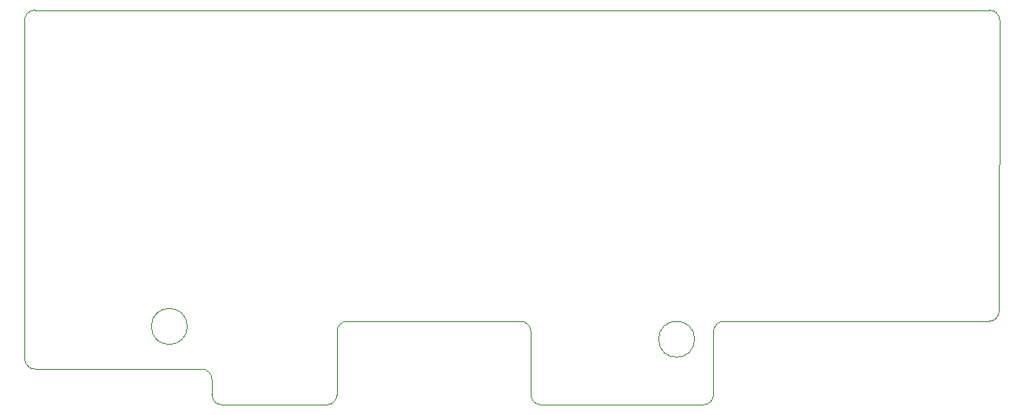
<source format=gbr>
%TF.GenerationSoftware,KiCad,Pcbnew,(5.1.10-1-10_14)*%
%TF.CreationDate,2021-07-05T16:23:30+02:00*%
%TF.ProjectId,cablebot_controller,6361626c-6562-46f7-945f-636f6e74726f,rev?*%
%TF.SameCoordinates,Original*%
%TF.FileFunction,Profile,NP*%
%FSLAX46Y46*%
G04 Gerber Fmt 4.6, Leading zero omitted, Abs format (unit mm)*
G04 Created by KiCad (PCBNEW (5.1.10-1-10_14)) date 2021-07-05 16:23:30*
%MOMM*%
%LPD*%
G01*
G04 APERTURE LIST*
%TA.AperFunction,Profile*%
%ADD10C,0.050000*%
%TD*%
G04 APERTURE END LIST*
D10*
X145800000Y-83500000D02*
G75*
G03*
X145800000Y-83500000I-1750000J0D01*
G01*
X96350000Y-82250000D02*
G75*
G03*
X96350000Y-82250000I-1750000J0D01*
G01*
X80500000Y-52400000D02*
G75*
G02*
X81500000Y-51400000I1000000J0D01*
G01*
X81500000Y-86400000D02*
G75*
G02*
X80500000Y-85400000I0J1000000D01*
G01*
X97750000Y-86400000D02*
G75*
G02*
X98750000Y-87400000I0J-1000000D01*
G01*
X99750000Y-89900000D02*
G75*
G02*
X98750000Y-88900000I0J1000000D01*
G01*
X110950000Y-88900000D02*
G75*
G02*
X109950000Y-89900000I-1000000J0D01*
G01*
X110950000Y-82750000D02*
G75*
G02*
X111950000Y-81750000I1000000J0D01*
G01*
X128850000Y-81750000D02*
G75*
G02*
X129850000Y-82750000I0J-1000000D01*
G01*
X130850000Y-89900000D02*
G75*
G02*
X129850000Y-88900000I0J1000000D01*
G01*
X147650000Y-88900000D02*
G75*
G02*
X146650000Y-89900000I-1000000J0D01*
G01*
X147650000Y-82750000D02*
G75*
G02*
X148650000Y-81750000I1000000J0D01*
G01*
X175500000Y-80750000D02*
G75*
G02*
X174500000Y-81750000I-1000000J0D01*
G01*
X174550000Y-51400000D02*
G75*
G02*
X175550000Y-52400000I0J-1000000D01*
G01*
X80500000Y-52400000D02*
X80500000Y-85400000D01*
X174550000Y-51400000D02*
X81500000Y-51400000D01*
X81500000Y-86400000D02*
X97750000Y-86400000D01*
X98750000Y-88900000D02*
X98750000Y-87400000D01*
X109950000Y-89900000D02*
X99750000Y-89900000D01*
X110950000Y-82750000D02*
X110950000Y-88900000D01*
X128850000Y-81750000D02*
X111950000Y-81750000D01*
X129850000Y-88900000D02*
X129850000Y-82750000D01*
X146650000Y-89900000D02*
X130850000Y-89900000D01*
X147650000Y-82750000D02*
X147650000Y-88900000D01*
X148800000Y-81750000D02*
X148650000Y-81750000D01*
X174500000Y-81750000D02*
X148800000Y-81750000D01*
X175550000Y-52400000D02*
X175500000Y-80750000D01*
M02*

</source>
